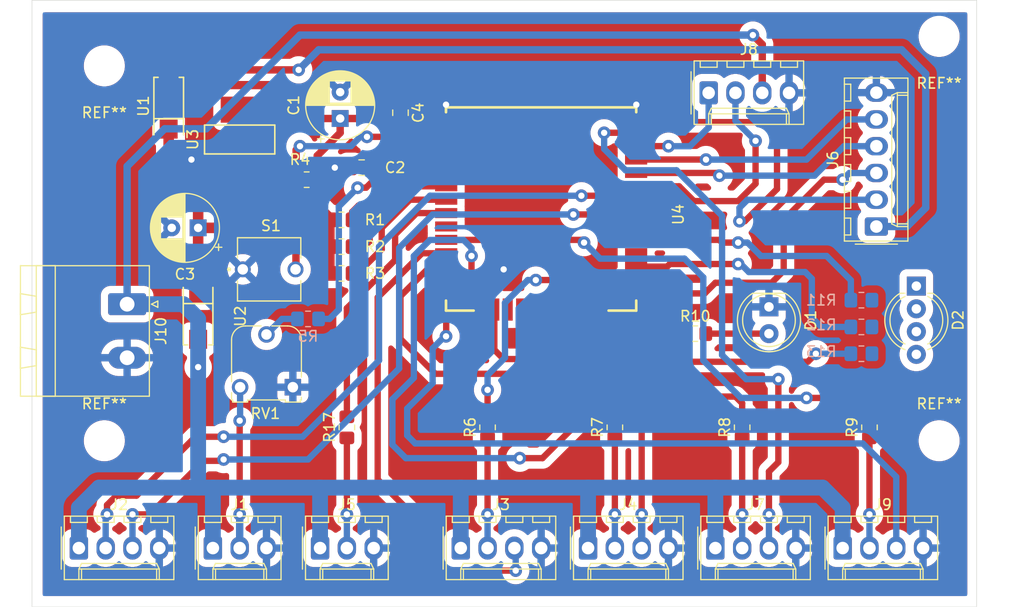
<source format=kicad_pcb>
(kicad_pcb (version 20241229) (generator "pcbnew") (generator_version "9.0")
  (layers (0 "F.Cu" signal) (2 "B.Cu" signal) (13 "F.Paste" user) (15 "B.Paste" user) (5 "F.SilkS" user "F.Silkscreen") (7 "B.SilkS" user "B.Silkscreen") (1 "F.Mask" user) (3 "B.Mask" user) (25 "Edge.Cuts" user))
  (net 0 "")
  (net 1 "/sens_presion")
  (net 2 "VCC")
  (net 3 "Net-(D1-A)")
  (net 7 "+3.3V")
  (net 9 "+5V")
  (net 10 "Net-(J1-Pin_2)")
  (net 11 "/ultrasonico_echo")
  (net 12 "/ultrasonico_trig")
  (net 13 "Net-(J3-Pin_2)")
  (net 14 "/valvula_1")
  (net 15 "/valvula_2")
  (net 16 "Net-(J4-Pin_2)")
  (net 17 "/relay_bomba")
  (net 18 "+5VD")
  (net 19 "/IO0")
  (net 20 "/TXD0")
  (net 21 "GND")
  (net 22 "/EN")
  (net 23 "/RXD0")
  (net 24 "/valvula_3")
  (net 25 "Net-(J7-Pin_2)")
  (net 26 "/lcd_scl")
  (net 27 "/lcd_sda")
  (net 28 "Net-(J9-Pin_2)")
  (net 29 "/valvula_4")
  (net 30 "/boton_0")
  (net 31 "/boton_1")
  (net 32 "/boton_2")
  (net 33 "Net-(R5-Pad1)")
  (net 34 "/flujometro_1")
  (net 35 "/flujometro_2")
  (net 36 "/flujometro_3")
  (net 37 "/flujometro_4")
  (net 38 "/pwr_led")
  (net 40 "/señal_led_b")
  (net 42 "/señal_led_g")
  (net 44 "/señal_led_r")
  (net 47 "/config_pin")
  (net 54 "Net-(J5-Pin_2)")
  (footprint "Capacitor_THT:CP_Radial_D6.3mm_P2.50mm" (layer "F.Cu") (at 101.473 52.832 180)
    (property "Reference" "C3")
    (property "Value" "10uF 16v")
  )
  (footprint "LED_THT:LED_D5.0mm-4_RGB_Wide_Pins" (layer "F.Cu") (at 169.545 58.355 -90)
    (property "Reference" "D2")
    (property "Value" "LED_BRGK")
  )
  (footprint "MountingHole:MountingHole_2.5mm" (layer "F.Cu") (at 171.704 34.671)
    (property "Reference" "REF**")
    (property "Value" "MountingHole_2.5mm")
  )
  (footprint "Connector_Molex:Molex_KK-254_AE-6410-03A_1x03_P2.54mm_Vertical" (layer "F.Cu") (at 113.03 83.205)
    (property "Reference" "J5")
    (property "Value" "Relay")
  )
  (footprint "Resistor_SMD:R_0805_2012Metric_Pad1.20x1.40mm_HandSolder" (layer "F.Cu") (at 140.97 71.755 90)
    (property "Reference" "R7")
    (property "Value" "1K")
  )
  (footprint "Capacitor_THT:CP_Radial_D6.3mm_P2.50mm" (layer "F.Cu") (at 114.935 42.45738 90)
    (property "Reference" "C1")
    (property "Value" "22uF 16v")
  )
  (footprint "Connector_Molex:Molex_KK-254_AE-6410-04A_1x04_P2.54mm_Vertical" (layer "F.Cu") (at 149.86 40.025)
    (property "Reference" "J8")
    (property "Value" "LCD")
  )
  (footprint "EasyEDA:SOT-223-4_L6.5-W3.5-P2.30-LS7.0-BR" (layer "F.Cu") (at 105.41 44.45 -90)
    (property "Reference" "U3")
    (property "Value" "AMS1117-3.3_C347222")
  )
  (footprint "Resistor_SMD:R_0805_2012Metric_Pad1.20x1.40mm_HandSolder" (layer "F.Cu") (at 128.905 71.755 90)
    (property "Reference" "R6")
    (property "Value" "1K")
  )
  (footprint "Resistor_SMD:R_0805_2012Metric_Pad1.20x1.40mm_HandSolder" (layer "F.Cu") (at 115.062 52.07)
    (property "Reference" "R1")
    (property "Value" "10K")
  )
  (footprint "EasyEDA:WIFIM-SMD_39P-L25.5-W18.0-P1.27-BL" (layer "F.Cu") (at 133.985 51.56 -90)
    (property "Reference" "U4")
    (property "Value" "ESP32-WROOM-32D")
  )
  (footprint "Connector_Molex:Molex_KK-254_AE-6410-04A_1x04_P2.54mm_Vertical" (layer "F.Cu") (at 150.495 83.205)
    (property "Reference" "J7")
    (property "Value" "Valvula 3")
  )
  (footprint "EasyEDA:SMA_L4.5-W2.7-LS5.1-RD" (layer "F.Cu") (at 101.473 61.214 -90)
    (property "Reference" "U2")
    (property "Value" "M7")
  )
  (footprint "Resistor_SMD:R_0805_2012Metric_Pad1.20x1.40mm_HandSolder" (layer "F.Cu") (at 111.76 48.26 180)
    (property "Reference" "R4")
    (property "Value" "10K")
  )
  (footprint "MountingHole:MountingHole_2.5mm" (layer "F.Cu") (at 92.583 73.025)
    (property "Reference" "REF**")
    (property "Value" "MountingHole_2.5mm")
  )
  (footprint "Resistor_SMD:R_0805_2012Metric_Pad1.20x1.40mm_HandSolder" (layer "F.Cu") (at 115.062 54.61)
    (property "Reference" "R2")
    (property "Value" "10K")
  )
  (footprint "Connector_Molex:Molex_KK-254_AE-6410-03A_1x03_P2.54mm_Vertical" (layer "F.Cu") (at 102.87 83.205)
    (property "Reference" "J1")
    (property "Value" "Presion")
  )
  (footprint "Capacitor_SMD:C_0805_2012Metric_Pad1.18x1.45mm_HandSolder" (layer "F.Cu") (at 116.967 47.117)
    (property "Reference" "C2")
    (property "Value" "0.1uF")
  )
  (footprint "Snapeda:BUTT-2_SW_BUTT-2" (layer "F.Cu") (at 108.204 56.769)
    (property "Reference" "S1")
    (property "Value" "BUTT-2")
  )
  (footprint "Resistor_SMD:R_0805_2012Metric_Pad1.20x1.40mm_HandSolder" (layer "F.Cu") (at 153.035 71.755 90)
    (property "Reference" "R8")
    (property "Value" "1K")
  )
  (footprint "Resistor_SMD:R_0805_2012Metric_Pad1.20x1.40mm_HandSolder" (layer "F.Cu") (at 115.062 57.15)
    (property "Reference" "R3")
    (property "Value" "10K")
  )
  (footprint "MountingHole:MountingHole_2.5mm" (layer "F.Cu") (at 92.583 37.465)
    (property "Reference" "REF**")
    (property "Value" "MountingHole_2.5mm")
  )
  (footprint "Connector_Molex:Molex_KK-254_AE-6410-04A_1x04_P2.54mm_Vertical" (layer "F.Cu") (at 126.365 83.205)
    (property "Reference" "J3")
    (property "Value" "Valvula 1")
  )
  (footprint "LED_THT:LED_D5.0mm_Clear" (layer "F.Cu") (at 155.575 60.325 -90)
    (property "Reference" "D1")
    (property "Value" "Green LED")
  )
  (footprint "MountingHole:MountingHole_2.5mm" (layer "F.Cu") (at 171.704 73.025)
    (property "Reference" "REF**")
    (property "Value" "MountingHole_2.5mm")
  )
  (footprint "Capacitor_SMD:C_0805_2012Metric_Pad1.18x1.45mm_HandSolder" (layer "F.Cu") (at 120.65 41.91 -90)
    (property "Reference" "C4")
    (property "Value" "0.1uF")
  )
  (footprint "EasyEDA:SMA_L4.5-W2.7-LS5.1-RD" (layer "F.Cu") (at 98.679 41.275 90)
    (property "Reference" "U1")
    (property "Value" "M7")
  )
  (footprint "Resistor_SMD:R_0805_2012Metric_Pad1.20x1.40mm_HandSolder" (layer "F.Cu") (at 165.1 71.755 90)
    (property "Reference" "R9")
    (property "Value" "1K")
  )
  (footprint "Resistor_SMD:R_0805_2012Metric_Pad1.20x1.40mm_HandSolder" (layer "F.Cu") (at 115.57 71.755 90)
    (property "Reference" "R17")
    (property "Value" "48.7")
  )
  (footprint "Connector_Phoenix_MSTB:PhoenixContact_MSTBA_2,5_2-G-5,08_1x02_P5.08mm_Horizontal" (layer "F.Cu") (at 94.742 60.071 -90)
    (property "Reference" "J10")
    (property "Value" "5V IN")
  )
  (footprint "Connector_Molex:Molex_KK-254_AE-6410-04A_1x04_P2.54mm_Vertical" (layer "F.Cu") (at 162.56 83.205)
    (property "Reference" "J9")
    (property "Value" "Valvula 4")
  )
  (footprint "Resistor_SMD:R_0805_2012Metric_Pad1.20x1.40mm_HandSolder" (layer "F.Cu") (at 148.59 62.865)
    (property "Reference" "R10")
    (property "Value" "1K")
  )
  (footprint "Potentiometer_THT:Potentiometer_Runtron_RM-065_Vertical" (layer "F.Cu") (at 110.45 67.945 180)
    (property "Reference" "RV1")
    (property "Value" "10K")
  )
  (footprint "Connector_Molex:Molex_KK-254_AE-6410-06A_1x06_P2.54mm_Vertical" (layer "F.Cu") (at 165.755 52.705 90)
    (property "Reference" "J6")
    (property "Value" "Debug")
  )
  (footprint "Connector_Molex:Molex_KK-254_AE-6410-04A_1x04_P2.54mm_Vertical" (layer "F.Cu") (at 138.43 83.205)
    (property "Reference" "J4")
    (property "Value" "Valvula 2")
  )
  (footprint "Connector_Molex:Molex_KK-254_AE-6410-04A_1x04_P2.54mm_Vertical" (layer "F.Cu") (at 90.17 83.205)
    (property "Reference" "J2")
    (property "Value" "Ultrasonico")
  )
  (footprint "Resistor_SMD:R_0805_2012Metric_Pad1.20x1.40mm_HandSolder" (layer "B.Cu") (at 111.887 61.468)
    (property "Reference" "R5")
    (property "Value" "48.7")
  )
  (footprint "Resistor_SMD:R_0805_2012Metric_Pad1.20x1.40mm_HandSolder" (layer "B.Cu") (at 164.338 62.23)
    (property "Reference" "R12")
    (property "Value" "1K")
  )
  (footprint "Resistor_SMD:R_0805_2012Metric_Pad1.20x1.40mm_HandSolder" (layer "B.Cu") (at 164.338 64.77)
    (property "Reference" "R13")
    (property "Value" "1K")
  )
  (footprint "Resistor_SMD:R_0805_2012Metric_Pad1.20x1.40mm_HandSolder" (layer "B.Cu") (at 164.338 59.69)
    (property "Reference" "R11")
    (property "Value" "1K")
  )
  (gr_rect (start 85.725 31.242) (end 175.26 88.773) (stroke (width 0.05)) (fill no) (layer "Edge.Cuts"))
  (segment (start 118.0045 46.99) (end 118.1315 46.99) (width 0.6) (layer "F.Cu") (net 1))
  (segment (start 118.7715 46.35) (end 124.985 46.35) (width 0.6) (layer "F.Cu") (net 1))
  (segment (start 117.391 49.022) (end 118.0045 48.4085) (width 0.6) (layer "F.Cu") (net 1))
  (segment (start 118.1315 46.99) (end 118.7715 46.35) (width 0.6) (layer "F.Cu") (net 1))
  (segment (start 116.586 49.022) (end 117.391 49.022) (width 0.6) (layer "F.Cu") (net 1))
  (segment (start 118.0045 48.4085) (end 118.0045 46.99) (width 0.6) (layer "F.Cu") (net 1))
  (via (at 116.586 49.022) (size 1.2) (drill 0.6) (layers "F.Cu" "B.Cu") (net 1))
  (segment (start 113.919 61.468) (end 112.887 61.468) (width 0.6) (layer "B.Cu") (net 1))
  (segment (start 116.586 49.022) (end 114.808 50.8) (width 0.6) (layer "B.Cu") (net 1))
  (segment (start 114.808 60.579) (end 113.919 61.468) (width 0.6) (layer "B.Cu") (net 1))
  (segment (start 114.808 50.8) (end 114.808 60.579) (width 0.6) (layer "B.Cu") (net 1))
  (segment (start 101.473 50.673) (end 101.473 52.832) (width 1) (layer "F.Cu") (net 2))
  (segment (start 98.679 43.465) (end 98.679 47.879) (width 1) (layer "F.Cu") (net 2))
  (segment (start 105.156 52.832) (end 107.71 50.278) (width 1) (layer "F.Cu") (net 2))
  (segment (start 98.679 47.879) (end 101.473 50.673) (width 1) (layer "F.Cu") (net 2))
  (segment (start 101.473 59.024) (end 101.473 52.832) (width 1) (layer "F.Cu") (net 2))
  (segment (start 101.473 52.832) (end 105.156 52.832) (width 1) (layer "F.Cu") (net 2))
  (segment (start 107.71 50.278) (end 107.71 47.28) (width 1) (layer "F.Cu") (net 2))
  (segment (start 149.59 62.865) (end 155.575 62.865) (width 0.6) (layer "F.Cu") (net 3))
  (segment (start 111.03738 42.45738) (end 114.935 42.45738) (width 0.7) (layer "F.Cu") (net 7))
  (segment (start 114.062 51.832) (end 114.062 52.07) (width 0.7) (layer "F.Cu") (net 7))
  (segment (start 114.062 57.15) (end 114.062 54.61) (width 0.7) (layer "F.Cu") (net 7))
  (segment (start 112.76 48.26) (end 112.76 45.99) (width 0.7) (layer "F.Cu") (net 7))
  (segment (start 112.76 50.53) (end 114.062 51.832) (width 0.7) (layer "F.Cu") (net 7))
  (segment (start 105.41 41.62) (end 110.2 41.62) (width 0.7) (layer "F.Cu") (net 7))
  (segment (start 119.7825 42.9475) (end 119.29238 42.45738) (width 0.7) (layer "F.Cu") (net 7))
  (segment (start 112.76 45.99) (end 114.935 43.815) (width 0.7) (layer "F.Cu") (net 7))
  (segment (start 112.76 48.26) (end 112.76 50.53) (width 0.7) (layer "F.Cu") (net 7))
  (segment (start 120.65 42.9475) (end 119.7825 42.9475) (width 0.7) (layer "F.Cu") (net 7))
  (segment (start 114.062 52.07) (end 114.062 54.61) (width 0.7) (layer "F.Cu") (net 7))
  (segment (start 120.65 42.9475) (end 121.5125 43.81) (width 0.7) (layer "F.Cu") (net 7))
  (segment (start 110.2 41.62) (end 111.03738 42.45738) (width 0.7) (layer "F.Cu") (net 7))
  (segment (start 121.5125 43.81) (end 124.985 43.81) (width 0.7) (layer "F.Cu") (net 7))
  (segment (start 114.935 43.815) (end 114.935 42.45738) (width 0.7) (layer "F.Cu") (net 7))
  (segment (start 105.41 47.28) (end 105.41 41.62) (width 0.7) (layer "F.Cu") (net 7))
  (segment (start 119.29238 42.45738) (end 114.935 42.45738) (width 0.7) (layer "F.Cu") (net 7))
  (segment (start 154.051 34.544) (end 154.94 35.433) (width 0.7) (layer "F.Cu") (net 9))
  (segment (start 154.94 35.433) (end 154.94 40.025) (width 0.7) (layer "F.Cu") (net 9))
  (segment (start 101.473 63.404) (end 101.473 66.04) (width 0.7) (layer "F.Cu") (net 9))
  (via (at 101.473 66.04) (size 1.2) (drill 0.6) (layers "F.Cu" "B.Cu") (net 9))
  (via (at 154.051 34.544) (size 1.2) (drill 0.6) (layers "F.Cu" "B.Cu") (net 9))
  (segment (start 162.56 79.375) (end 162.56 83.205) (width 1.5) (layer "B.Cu") (net 9))
  (segment (start 98.298 43.434) (end 94.742 46.99) (width 0.7) (layer "B.Cu") (net 9))
  (segment (start 101.473 61.468) (end 101.473 77.47) (width 1.5) (layer "B.Cu") (net 9))
  (segment (start 102.87 77.47) (end 113.03 77.47) (width 1.5) (layer "B.Cu") (net 9))
  (segment (start 126.365 83.205) (end 126.365 77.47) (width 1.5) (layer "B.Cu") (net 9))
  (segment (start 111.125 34.544) (end 102.235 43.434) (width 0.7) (layer "B.Cu") (net 9))
  (segment (start 113.03 83.205) (end 113.03 77.47) (width 1.5) (layer "B.Cu") (net 9))
  (segment (start 92.075 77.47) (end 98.044 77.47) (width 1.5) (layer "B.Cu") (net 9))
  (segment (start 126.365 77.47) (end 138.43 77.47) (width 1.5) (layer "B.Cu") (net 9))
  (segment (start 102.235 43.434) (end 98.298 43.434) (width 0.7) (layer "B.Cu") (net 9))
  (segment (start 154.051 34.544) (end 111.125 34.544) (width 0.7) (layer "B.Cu") (net 9))
  (segment (start 94.742 60.071) (end 100.076 60.071) (width 1.5) (layer "B.Cu") (net 9))
  (segment (start 94.742 46.99) (end 94.742 60.071) (width 0.7) (layer "B.Cu") (net 9))
  (segment (start 160.655 77.47) (end 162.56 79.375) (width 1.5) (layer "B.Cu") (net 9))
  (segment (start 138.43 83.205) (end 138.43 77.47) (width 1.5) (layer "B.Cu") (net 9))
  (segment (start 101.473 77.47) (end 102.87 77.47) (width 1.5) (layer "B.Cu") (net 9))
  (segment (start 102.87 83.205) (end 102.87 77.47) (width 1.5) (layer "B.Cu") (net 9))
  (segment (start 90.17 83.205) (end 90.17 79.375) (width 1.5) (layer "B.Cu") (net 9))
  (segment (start 150.495 83.205) (end 150.495 77.47) (width 1.5) (layer "B.Cu") (net 9))
  (segment (start 100.076 60.071) (end 101.473 61.468) (width 1.5) (layer "B.Cu") (net 9))
  (segment (start 98.044 77.47) (end 101.473 77.47) (width 1.5) (layer "B.Cu") (net 9))
  (segment (start 113.03 77.47) (end 126.365 77.47) (width 1.5) (layer "B.Cu") (net 9))
  (segment (start 150.495 77.47) (end 160.655 77.47) (width 1.5) (layer "B.Cu") (net 9))
  (segment (start 138.43 77.47) (end 150.495 77.47) (width 1.5) (layer "B.Cu") (net 9))
  (segment (start 90.17 79.375) (end 92.075 77.47) (width 1.5) (layer "B.Cu") (net 9))
  (segment (start 105.41 71.12) (end 105.41 80.01) (width 0.6) (layer "F.Cu") (net 10))
  (via (at 105.41 71.12) (size 1.2) (drill 0.6) (layers "F.Cu" "B.Cu") (net 10))
  (via (at 105.41 80.01) (size 1.2) (drill 0.6) (layers "F.Cu" "B.Cu") (net 10))
  (segment (start 105.41 80.01) (end 105.41 83.205) (width 0.7) (layer "B.Cu") (net 10))
  (segment (start 105.45 71.08) (end 105.41 71.12) (width 0.7) (layer "B.Cu") (net 10))
  (segment (start 105.45 67.945) (end 105.45 71.08) (width 0.6) (layer "B.Cu") (net 10))
  (segment (start 140.208 52.705) (end 142.98 52.705) (width 0.6) (layer "F.Cu") (net 11))
  (segment (start 96.901 80.01) (end 95.25 80.01) (width 0.6) (layer "F.Cu") (net 11))
  (segment (start 142.98 52.705) (end 142.985 52.7) (width 0.6) (layer "F.Cu") (net 11))
  (segment (start 137.033 51.562) (end 139.065 51.562) (width 0.6) (layer "F.Cu") (net 11))
  (segment (start 139.065 51.562) (end 140.208 52.705) (width 0.6) (layer "F.Cu") (net 11))
  (segment (start 101.981 74.93) (end 96.901 80.01) (width 0.6) (layer "F.Cu") (net 11))
  (segment (start 103.886 74.803) (end 103.759 74.93) (width 0.6) (layer "F.Cu") (net 11))
  (segment (start 103.759 74.93) (end 101.981 74.93) (width 0.6) (layer "F.Cu") (net 11))
  (via (at 137.033 51.562) (size 1.2) (drill 0.6) (layers "F.Cu" "B.Cu") (net 11))
  (via (at 95.25 80.01) (size 1.2) (drill 0.6) (layers "F.Cu" "B.Cu") (net 11))
  (via (at 103.886 74.803) (size 1.2) (drill 0.6) (layers "F.Cu" "B.Cu") (net 11))
  (segment (start 95.25 83.205) (end 95.25 80.01) (width 0.6) (layer "B.Cu") (net 11))
  (segment (start 123.698 51.562) (end 120.523 54.737) (width 0.6) (layer "B.Cu") (net 11))
  (segment (start 137.033 51.562) (end 123.698 51.562) (width 0.6) (layer "B.Cu") (net 11))
  (segment (start 120.523 54.737) (end 120.523 66.167) (width 0.6) (layer "B.Cu") (net 11))
  (segment (start 120.523 66.167) (end 111.887 74.803) (width 0.6) (layer "B.Cu") (net 11))
  (segment (start 111.887 74.803) (end 103.886 74.803) (width 0.6) (layer "B.Cu") (net 11))
  (segment (start 139.446 49.784) (end 141.092 51.43) (width 0.6) (layer "F.Cu") (net 12))
  (segment (start 92.837 79.121) (end 92.837 80.01) (width 0.6) (layer "F.Cu") (net 12))
  (segment (start 101.219 72.644) (end 95.631 78.232) (width 0.6) (layer "F.Cu") (net 12))
  (segment (start 103.886 72.644) (end 101.219 72.644) (width 0.6) (layer "F.Cu") (net 12))
  (segment (start 141.092 51.43) (end 142.985 51.43) (width 0.6) (layer "F.Cu") (net 12))
  (segment (start 93.726 78.232) (end 92.837 79.121) (width 0.6) (layer "F.Cu") (net 12))
  (segment (start 95.631 78.232) (end 93.726 78.232) (width 0.6) (layer "F.Cu") (net 12))
  (segment (start 137.795 49.784) (end 139.446 49.784) (width 0.6) (layer "F.Cu") (net 12))
  (via (at 103.886 72.644) (size 1.2) (drill 0.6) (layers "F.Cu" "B.Cu") (net 12))
  (via (at 137.795 49.784) (size 1.2) (drill 0.6) (layers "F.Cu" "B.Cu") (net 12))
  (via (at 92.837 80.01) (size 1.2) (drill 0.6) (layers "F.Cu" "B.Cu") (net 12))
  (segment (start 92.71 80.137) (end 92.837 80.01) (width 0.6) (layer "B.Cu") (net 12))
  (segment (start 118.618 65.405) (end 111.379 72.644) (width 0.6) (layer "B.Cu") (net 12))
  (segment (start 111.379 72.644) (end 103.886 72.644) (width 0.6) (layer "B.Cu") (net 12))
  (segment (start 92.71 83.205) (end 92.71 80.137) (width 0.6) (layer "B.Cu") (net 12))
  (segment (start 123.444 49.784) (end 118.618 54.61) (width 0.6) (layer "B.Cu") (net 12))
  (segment (start 118.618 54.61) (end 118.618 65.405) (width 0.6) (layer "B.Cu") (net 12))
  (segment (start 137.795 49.784) (end 123.444 49.784) (width 0.6) (layer "B.Cu") (net 12))
  (segment (start 128.905 72.755) (end 128.905 80.01) (width 0.6) (layer "F.Cu") (net 13))
  (via (at 128.905 80.01) (size 1.2) (drill 0.6) (layers "F.Cu" "B.Cu") (net 13))
  (segment (start 128.905 80.01) (end 128.905 83.205) (width 0.6) (layer "B.Cu") (net 13))
  (segment (start 122.687 55.24) (end 124.985 55.24) (width 0.6) (layer "F.Cu") (net 14))
  (segment (start 121.92 83.82) (end 121.92 80.137) (width 0.6) (layer "F.Cu") (net 14))
  (segment (start 131.572 85.344) (end 123.444 85.344) (width 0.6) (layer "F.Cu") (net 14))
  (segment (start 121.92 80.137) (end 118.491 76.708) (width 0.6) (layer "F.Cu") (net 14))
  (segment (start 123.444 85.344) (end 121.92 83.82) (width 0.6) (layer "F.Cu") (net 14))
  (segment (start 118.491 76.708) (end 118.491 59.436) (width 0.6) (layer "F.Cu") (net 14))
  (segment (start 118.491 59.436) (end 122.687 55.24) (width 0.6) (layer "F.Cu") (net 14))
  (via (at 131.572 85.344) (size 1.2) (drill 0.6) (layers "F.Cu" "B.Cu") (net 14))
  (segment (start 131.572 83.332) (end 131.445 83.205) (width 0.6) (layer "B.Cu") (net 14))
  (segment (start 131.572 85.344) (end 131.572 83.332) (width 0.6) (layer "B.Cu") (net 14))
  (segment (start 123.952 66.675) (end 140.589001 66.675) (width 0.6) (layer "F.Cu") (net 15))
  (segment (start 143.51 69.595999) (end 143.51 80.01) (width 0.6) (layer "F.Cu") (net 15))
  (segment (start 123.449 56.51) (end 120.65 59.309) (width 0.6) (layer "F.Cu") (net 15))
  (segment (start 120.65 63.373) (end 123.952 66.675) (width 0.6) (layer "F.Cu") (net 15))
  (segment (start 120.65 59.309) (end 120.65 63.373) (width 0.6) (layer "F.Cu") (net 15))
  (segment (start 140.589001 66.675) (end 143.51 69.595999) (width 0.6) (layer "F.Cu") (net 15))
  (segment (start 124.985 56.51) (end 123.449 56.51) (width 0.6) (layer "F.Cu") (net 15))
  (via (at 143.51 80.01) (size 1.2) (drill 0.6) (layers "F.Cu" "B.Cu") (net 15))
  (segment (start 143.51 83.205) (end 143.51 80.01) (width 0.7) (layer "B.Cu") (net 15))
  (segment (start 140.97 72.755) (end 140.97 80.01) (width 0.6) (layer "F.Cu") (net 16))
  (via (at 140.97 80.01) (size 1.2) (drill 0.6) (layers "F.Cu" "B.Cu") (net 16))
  (segment (start 140.97 80.01) (end 140.97 83.205) (width 0.6) (layer "B.Cu") (net 16))
  (segment (start 115.57 60.452) (end 120.142 55.88) (width 0.6) (layer "F.Cu") (net 17))
  (segment (start 122.179 51.43) (end 124.985 51.43) (width 0.6) (layer "F.Cu") (net 17))
  (segment (start 120.142 55.88) (end 120.142 53.467) (width 0.6) (layer "F.Cu") (net 17))
  (segment (start 120.142 53.467) (end 122.179 51.43) (width 0.6) (layer "F.Cu") (net 17))
  (segment (start 115.57 70.755) (end 115.57 60.452) (width 0.6) (layer "F.Cu") (net 17))
  (segment (start 99.918 37.846) (end 98.679 39.085) (width 0.7) (layer "F.Cu") (net 18))
  (segment (start 110.998 37.846) (end 99.918 37.846) (width 0.7) (layer "F.Cu") (net 18))
  (via (at 110.998 37.846) (size 1.2) (drill 0.6) (layers "F.Cu" "B.Cu") (net 18))
  (segment (start 168.656 52.705) (end 165.755 52.705) (width 0.7) (layer "B.Cu") (net 18))
  (segment (start 110.998 37.846) (end 112.903 35.941) (width 0.7) (layer "B.Cu") (net 18))
  (segment (start 112.903 35.941) (end 168.148 35.941) (width 0.7) (layer "B.Cu") (net 18))
  (segment (start 170.434 50.927) (end 168.656 52.705) (width 0.7) (layer "B.Cu") (net 18))
  (segment (start 168.148 35.941) (end 170.434 38.227) (width 0.7) (layer "B.Cu") (net 18))
  (segment (start 170.434 38.227) (end 170.434 50.927) (width 0.7) (layer "B.Cu") (net 18))
  (segment (start 160.782 48.26) (end 162.56 48.26) (width 0.6) (layer "F.Cu") (net 19))
  (segment (start 150.495 58.039) (end 155.829 58.039) (width 0.6) (layer "F.Cu") (net 19))
  (segment (start 156.972 56.896) (end 156.972 52.07) (width 0.6) (layer "F.Cu") (net 19))
  (segment (start 142.985 59.05) (end 149.484 59.05) (width 0.6) (layer "F.Cu") (net 19))
  (segment (start 155.829 58.039) (end 156.972 56.896) (width 0.6) (layer "F.Cu") (net 19))
  (segment (start 156.972 52.07) (end 160.782 48.26) (width 0.6) (layer "F.Cu") (net 19))
  (segment (start 149.484 59.05) (end 150.495 58.039) (width 0.6) (layer "F.Cu") (net 19))
  (via (at 162.56 48.26) (size 1.2) (drill 0.6) (layers "F.Cu" "B.Cu") (net 19))
  (segment (start 162.56 48.26) (end 163.195 47.625) (width 0.6) (layer "B.Cu") (net 19))
  (segment (start 163.195 47.625) (end 165.755 47.625) (width 0.6) (layer "B.Cu") (net 19))
  (segment (start 142.985 46.35) (end 149.601 46.35) (width 0.6) (layer "F.Cu") (net 20))
  (segment (start 149.601 46.35) (end 149.606 46.355) (width 0.6) (layer "F.Cu") (net 20))
  (via (at 149.606 46.355) (size 1.2) (drill 0.6) (layers "F.Cu" "B.Cu") (net 20))
  (segment (start 159.131 46.355) (end 162.941 42.545) (width 0.6) (layer "B.Cu") (net 20))
  (segment (start 162.941 42.545) (end 165.755 42.545) (width 0.6) (layer "B.Cu") (net 20))
  (segment (start 149.606 46.355) (end 159.131 46.355) (width 0.6) (layer "B.Cu") (net 20))
  (segment (start 124.985 42.54) (end 124.985 41.165) (width 0.7) (layer "F.Cu") (net 21))
  (segment (start 124.6925 40.8725) (end 124.968 41.148) (width 0.7) (layer "F.Cu") (net 21))
  (segment (start 103.11 47.28) (end 101.763 47.28) (width 0.7) (layer "F.Cu") (net 21))
  (segment (start 142.985 42.54) (end 142.985 41.165) (width 0.7) (layer "F.Cu") (net 21))
  (segment (start 128.275 60.58) (end 128.275 58.415) (width 0.7) (layer "F.Cu") (net 21))
  (segment (start 128.275 58.415) (end 128.778 57.912) (width 0.7) (layer "F.Cu") (net 21))
  (segment (start 115.9295 47.117) (end 114.427 47.117) (width 0.7) (layer "F.Cu") (net 21))
  (segment (start 142.985 41.165) (end 143.002 41.148) (width 0.7) (layer "F.Cu") (net 21))
  (segment (start 124.985 41.165) (end 124.968 41.148) (width 0.7) (layer "F.Cu") (net 21))
  (segment (start 128.275 60.58) (end 128.275 61.209) (width 0.7) (layer "F.Cu") (net 21))
  (segment (start 128.778 57.912) (end 129.286 57.912) (width 0.7) (layer "F.Cu") (net 21))
  (segment (start 129.286 57.912) (end 130.429 56.769) (width 0.7) (layer "F.Cu") (net 21))
  (segment (start 120.65 40.8725) (end 124.6925 40.8725) (width 0.7) (layer "F.Cu") (net 21))
  (segment (start 101.763 47.28) (end 100.838 46.355) (width 0.7) (layer "F.Cu") (net 21))
  (via (at 100.838 46.355) (size 1.2) (drill 0.6) (layers "F.Cu" "B.Cu") (net 21))
  (via (at 143.002 41.148) (size 1.2) (drill 0.6) (layers "F.Cu" "B.Cu") (net 21))
  (via (at 130.429 56.769) (size 1.2) (drill 0.6) (layers "F.Cu" "B.Cu") (net 21))
  (via (at 124.968 41.148) (size 1.2) (drill 0.6) (layers "F.Cu" "B.Cu") (net 21))
  (via (at 114.427 47.117) (size 1.2) (drill 0.6) (layers "F.Cu" "B.Cu") (net 21))
  (segment (start 146.558 41.783) (end 146.558 40.513) (width 0.6) (layer "F.Cu") (net 22))
  (segment (start 110.744 48.276) (end 110.744 56.729) (width 0.7) (layer "F.Cu") (net 22))
  (segment (start 127.513 45.08) (end 124.985 45.08) (width 0.6) (layer "F.Cu") (net 22))
  (segment (start 118.872 44.196) (end 119.756 45.08) (width 0.6) (layer "F.Cu") (net 22))
  (segment (start 156.337 49.149) (end 156.337 43.815) (width 0.6) (layer "F.Cu") (net 22))
  (segment (start 128.524 41.529) (end 128.524 44.069) (width 0.6) (layer "F.Cu") (net 22))
  (segment (start 110.76 45.45) (end 111.125 45.085) (width 0.7) (layer "F.Cu") (net 22))
  (segment (start 152.781 52.197) (end 153.289 52.197) (width 0.6) (layer "F.Cu") (net 22))
  (segment (start 110.744 56.729) (end 110.704 56.769) (width 0.7) (layer "F.Cu") (net 22))
  (segment (start 110.76 48.26) (end 110.744 48.276) (width 0.7) (layer "F.Cu") (net 22))
  (segment (start 130.556 39.497) (end 128.524 41.529) (width 0.6) (layer "F.Cu") (net 22))
  (segment (start 146.558 40.513) (end 145.542 39.497) (width 0.6) (layer "F.Cu") (net 22))
  (segment (start 117.475 44.196) (end 118.872 44.196) (width 0.6) (layer "F.Cu") (net 22))
  (segment (start 153.289 52.197) (end 156.337 49.149) (width 0.6) (layer "F.Cu") (net 22))
  (segment (start 119.756 45.08) (end 124.985 45.08) (width 0.6) (layer "F.Cu") (net 22))
  (segment (start 155.321 42.799) (end 147.574 42.799) (width 0.6) (layer "F.Cu") (net 22))
  (segment (start 147.574 42.799) (end 146.558 41.783) (width 0.6) (layer "F.Cu") (net 22))
  (segment (start 128.524 44.069) (end 127.513 45.08) (width 0.6) (layer "F.Cu") (net 22))
  (segment (start 145.542 39.497) (end 130.556 39.497) (width 0.6) (layer "F.Cu") (net 22))
  (segment (start 156.337 43.815) (end 155.321 42.799) (width 0.6) (layer "F.Cu") (net 22))
  (segment (start 110.76 48.26) (end 110.76 45.45) (width 0.7) (layer "F.Cu") (net 22))
  (via (at 152.781 52.197) (size 1.2) (drill 0.6) (layers "F.Cu" "B.Cu") (net 22))
  (via (at 111.125 45.085) (size 1.2) (drill 0.6) (layers "F.Cu" "B.Cu") (net 22))
  (via (at 117.475 44.196) (size 1.2) (drill 0.6) (layers "F.Cu" "B.Cu") (net 22))
  (segment (start 111.125 45.085) (end 115.951 45.085) (width 0.6) (layer "B.Cu") (net 22))
  (segment (start 152.781 52.197) (end 152.781 50.927) (width 0.6) (layer "B.Cu") (net 22))
  (segment (start 152.781 50.927) (end 153.543 50.165) (width 0.6) (layer "B.Cu") (net 22))
  (segment (start 115.951 45.085) (end 116.84 44.196) (width 0.6) (layer "B.Cu") (net 22))
  (segment (start 153.543 50.165) (end 165.755 50.165) (width 0.6) (layer "B.Cu") (net 22))
  (segment (start 116.84 44.196) (end 117.475 44.196) (width 0.6) (layer "B.Cu") (net 22))
  (segment (start 142.985 47.62) (end 150.617 47.62) (width 0.6) (layer "F.Cu") (net 23))
  (segment (start 150.617 47.62) (end 150.876 47.879) (width 0.6) (layer "F.Cu") (net 23))
  (via (at 150.876 47.879) (size 1.2) (drill 0.6) (layers "F.Cu" "B.Cu") (net 23))
  (segment (start 162.687 45.085) (end 165.755 45.085) (width 0.6) (layer "B.Cu") (net 23))
  (segment (start 159.893 47.879) (end 162.687 45.085) (width 0.6) (layer "B.Cu") (net 23))
  (segment (start 150.876 47.879) (end 159.893 47.879) (width 0.6) (layer "B.Cu") (net 23))
  (segment (start 155.575 75.946) (end 155.575 80.01) (width 0.6) (layer "F.Cu") (net 24))
  (segment (start 139.959 43.81) (end 139.954 43.815) (width 0.6) (layer "F.Cu") (net 24))
  (segment (start 156.464 67.183) (end 156.464 75.057) (width 0.6) (layer "F.Cu") (net 24))
  (segment (start 156.464 75.057) (end 155.575 75.946) (width 0.6) (layer "F.Cu") (net 24))
  (segment (start 142.985 43.81) (end 139.959 43.81) (width 0.6) (layer "F.Cu") (net 24))
  (via (at 155.575 80.01) (size 1.2) (drill 0.6) (layers "F.Cu" "B.Cu") (net 24))
  (via (at 139.954 43.815) (size 1.2) (drill 0.6) (layers "F.Cu" "B.Cu") (net 24))
  (via (at 156.464 67.183) (size 1.2) (drill 0.6) (layers "F.Cu" "B.Cu") (net 24))
  (segment (start 146.812 47.371) (end 141.986 47.371) (width 0.6) (layer "B.Cu") (net 24))
  (segment (start 139.954 45.339) (end 139.954 43.815) (width 0.6) (layer "B.Cu") (net 24))
  (segment (start 156.464 67.183) (end 153.416 67.183) (width 0.6) (layer "B.Cu") (net 24))
  (segment (start 151.13 51.689) (end 146.812 47.371) (width 0.6) (layer "B.Cu") (net 24))
  (segment (start 141.986 47.371) (end 139.954 45.339) (width 0.6) (layer "B.Cu") (net 24))
  (segment (start 151.13 64.897) (end 151.13 51.689) (width 0.6) (layer "B.Cu") (net 24))
  (segment (start 153.416 67.183) (end 151.13 64.897) (width 0.6) (layer "B.Cu") (net 24))
  (segment (start 155.575 80.01) (end 155.575 83.205) (width 0.6) (layer "B.Cu") (net 24))
  (segment (start 153.035 72.755) (end 153.035 80.01) (width 0.6) (layer "F.Cu") (net 25))
  (via (at 153.035 80.01) (size 1.2) (drill 0.6) (layers "F.Cu" "B.Cu") (net 25))
  (segment (start 153.035 80.01) (end 153.035 83.205) (width 0.6) (layer "B.Cu") (net 25))
  (segment (start 145.542 45.085) (end 145.537 45.08) (width 0.6) (layer "F.Cu") (net 26))
  (segment (start 145.537 45.08) (end 142.985 45.08) (width 0.6) (layer "F.Cu") (net 26))
  (segment (start 146.05 45.085) (end 145.542 45.085) (width 0.6) (layer "F.Cu") (net 26))
  (via (at 146.05 45.085) (size 1.2) (drill 0.6) (layers "F.Cu" "B.Cu") (net 26))
  (segment (start 146.05 45.085) (end 148.082 45.085) (width 0.6) (layer "B.Cu") (net 26))
  (segment (start 149.86 43.307) (end 149.86 40.025) (width 0.6) (layer "B.Cu") (net 26))
  (segment (start 148.082 45.085) (end 149.86 43.307) (width 0.6) (layer "B.Cu") (net 26))
  (segment (start 152.654 50.292) (end 154.305 48.641) (width 0.6) (layer "F.Cu") (net 27))
  (segment (start 154.305 48.641) (end 154.305 44.577) (width 0.6) (layer "F.Cu") (net 27))
  (segment (start 148.463 50.292) (end 152.654 50.292) (width 0.6) (layer "F.Cu") (net 27))
  (segment (start 142.985 48.89) (end 147.061 48.89) (width 0.6) (layer "F.Cu") (net 27))
  (segment (start 147.061 48.89) (end 148.463 50.292) (width 0.6) (layer "F.Cu") (net 27))
  (via (at 154.305 44.577) (size 1.2) (drill 0.6) (layers "F.Cu" "B.Cu") (net 27))
  (segment (start 152.4 42.672) (end 152.4 40.025) (width 0.6) (layer "B.Cu") (net 27))
  (segment (start 154.305 44.577) (end 152.4 42.672) (width 0.6) (layer "B.Cu") (net 27))
  (segment (start 165.1 72.755) (end 165.1 80.01) (width 0.6) (layer "F.Cu") (net 28))
  (via (at 165.1 80.01) (size 1.2) (drill 0.6) (layers "F.Cu" "B.Cu") (net 28))
  (segment (start 165.1 80.01) (end 165.1 83.205) (width 0.6) (layer "B.Cu") (net 28))
  (segment (start 124.985 63.102) (end 124.968 63.119) (width 0.6) (layer "F.Cu") (net 29))
  (segment (start 124.985 59.05) (end 124.985 63.102) (width 0.6) (layer "F.Cu") (net 29))
  (via (at 124.968 63.119) (size 1.2) (drill 0.6) (layers "F.Cu" "B.Cu") (net 29))
  (segment (start 123.698 67.564) (end 121.285 69.977) (width 0.6) (layer "B.Cu") (net 29))
  (segment (start 167.64 76.454) (end 167.64 83.205) (width 0.6) (layer "B.Cu") (net 29))
  (segment (start 124.968 63.119) (end 124.841 63.119) (width 0.6) (layer "B.Cu") (net 29))
  (segment (start 121.285 69.977) (end 121.285 72.517) (width 0.6) (layer "B.Cu") (net 29))
  (segment (start 122.047 73.279) (end 164.465 73.279) (width 0.6) (layer "B.Cu") (net 29))
  (segment (start 164.465 73.279) (end 167.64 76.454) (width 0.6) (layer "B.Cu") (net 29))
  (segment (start 121.285 72.517) (end 122.047 73.279) (width 0.6) (layer "B.Cu") (net 29))
  (segment (start 124.841 63.119) (end 123.698 64.262) (width 0.6) (layer "B.Cu") (net 29))
  (segment (start 123.698 64.262) (end 123.698 67.564) (width 0.6) (layer "B.Cu") (net 29))
  (segment (start 116.062 51.324) (end 116.681 50.705) (width 0.6) (layer "F.Cu") (net 30))
  (segment (start 119.126 49.149) (end 119.126 48.387) (width 0.6) (layer "F.Cu") (net 30))
  (segment (start 119.126 48.387) (end 119.893 47.62) (width 0.6) (layer "F.Cu") (net 30))
  (segment (start 119.893 47.62) (end 124.985 47.62) (width 0.6) (layer "F.Cu") (net 30))
  (segment (start 117.57 50.705) (end 119.126 49.149) (width 0.6) (layer "F.Cu") (net 30))
  (segment (start 116.062 52.07) (end 116.062 51.324) (width 0.6) (layer "F.Cu") (net 30))
  (segment (start 116.681 50.705) (end 117.57 50.705) (width 0.6) (layer "F.Cu") (net 30))
  (segment (start 120.269 49.276) (end 120.655 48.89) (width 0.6) (layer "F.Cu") (net 31))
  (segment (start 120.269 49.784) (end 120.269 49.276) (width 0.6) (layer "F.Cu") (net 31))
  (segment (start 116.062 54.61) (end 117.221 54.61) (width 0.6) (layer "F.Cu") (net 31))
  (segment (start 117.221 54.61) (end 117.729 54.102) (width 0.6) (layer "F.Cu") (net 31))
  (segment (start 117.729 54.102) (end 117.729 52.324) (width 0.6) (layer "F.Cu") (net 31))
  (segment (start 120.655 48.89) (end 124.985 48.89) (width 0.6) (layer "F.Cu") (net 31))
  (segment (start 117.729 52.324) (end 120.269 49.784) (width 0.6) (layer "F.Cu") (net 31))
  (segment (start 121.544 50.16) (end 124.985 50.16) (width 0.6) (layer "F.Cu") (net 32))
  (segment (start 118.872 54.864) (end 118.872 52.832) (width 0.6) (layer "F.Cu") (net 32))
  (segment (start 116.586 57.15) (end 118.872 54.864) (width 0.6) (layer "F.Cu") (net 32))
  (segment (start 118.872 52.832) (end 121.544 50.16) (width 0.6) (layer "F.Cu") (net 32))
  (segment (start 116.062 57.15) (end 116.586 57.15) (width 0.6) (layer "F.Cu") (net 32))
  (segment (start 110.887 61.468) (end 109.427 61.468) (width 0.6) (layer "B.Cu") (net 33))
  (segment (start 109.427 61.468) (end 107.95 62.945) (width 0.6) (layer "B.Cu") (net 33))
  (segment (start 133.975 57.785) (end 133.98 57.78) (width 0.6) (layer "F.Cu") (net 34))
  (segment (start 133.98 57.78) (end 142.985 57.78) (width 0.6) (layer "F.Cu") (net 34))
  (segment (start 128.905 68.199) (end 128.905 70.755) (width 0.6) (layer "F.Cu") (net 34))
  (segment (start 133.477 57.785) (end 133.975 57.785) (width 0.6) (layer "F.Cu") (net 34))
  (via (at 128.905 68.199) (size 1.2) (drill 0.6) (layers "F.Cu" "B.Cu") (net 34))
  (via (at 133.477 57.785) (size 1.2) (drill 0.6) (layers "F.Cu" "B.Cu") (net 34))
  (segment (start 133.477 57.785) (end 132.715 57.785) (width 0.6) (layer "B.Cu") (net 34))
  (segment (start 130.556 59.944) (end 130.556 65.151) (width 0.6) (layer "B.Cu") (net 34))
  (segment (start 132.715 57.785) (end 130.556 59.944) (width 0.6) (layer "B.Cu") (net 34))
  (segment (start 130.556 65.151) (end 128.905 66.802) (width 0.6) (layer "B.Cu") (net 34))
  (segment (start 128.905 66.802) (end 128.905 68.199) (width 0.6) (layer "B.Cu") (net 34))
  (segment (start 126.8145 57.78) (end 124.985 57.78) (width 0.6) (layer "F.Cu") (net 35))
  (segment (start 127.381 55.499) (end 127.381 57.2135) (width 0.6) (layer "F.Cu") (net 35))
  (segment (start 131.953 74.676) (end 134.112 74.676) (width 0.6) (layer "F.Cu") (net 35))
  (segment (start 134.112 74.676) (end 138.033 70.755) (width 0.6) (layer "F.Cu") (net 35))
  (segment (start 127.381 57.2135) (end 126.8145 57.78) (width 0.6) (layer "F.Cu") (net 35))
  (segment (start 138.033 70.755) (end 140.97 70.755) (width 0.6) (layer "F.Cu") (net 35))
  (via (at 127.381 55.499) (size 1.2) (drill 0.6) (layers "F.Cu" "B.Cu") (net 35))
  (via (at 131.953 74.676) (size 1.2) (drill 0.6) (layers "F.Cu" "B.Cu") (net 35))
  (segment (start 119.888 69.088) (end 119.888 73.406) (width 0.6) (layer "B.Cu") (net 35))
  (segment (start 123.444 53.975) (end 121.92 55.499) (width 0.6) (layer "B.Cu") (net 35))
  (segment (start 121.92 67.056) (end 119.888 69.088) (width 0.6) (layer "B.Cu") (net 35))
  (segment (start 126.619 53.975) (end 123.444 53.975) (width 0.6) (layer "B.Cu") (net 35))
  (segment (start 127.381 55.499) (end 127.381 54.737) (width 0.6) (layer "B.Cu") (net 35))
  (segment (start 121.92 55.499) (end 121.92 67.056) (width 0.6) (layer "B.Cu") (net 35))
  (segment (start 121.158 74.676) (end 131.953 74.676) (width 0.6) (layer "B.Cu") (net 35))
  (segment (start 127.381 54.737) (end 126.619 53.975) (width 0.6) (layer "B.Cu") (net 35))
  (segment (start 119.888 73.406) (end 121.158 74.676) (width 0.6) (layer "B.Cu") (net 35))
  (segment (start 153.035 69.469) (end 153.035 70.755) (width 0.6) (layer "F.Cu") (net 36))
  (segment (start 145.415 68.834) (end 152.4 68.834) (width 0.6) (layer "F.Cu") (net 36))
  (segment (start 129.545 60.58) (end 129.545 64.394) (width 0.6) (layer "F.Cu") (net 36))
  (segment (start 141.859 65.278) (end 145.415 68.834) (width 0.6) (layer "F.Cu") (net 36))
  (segment (start 130.429 65.278) (end 141.859 65.278) (width 0.6) (layer "F.Cu") (net 36))
  (segment (start 152.4 68.834) (end 153.035 69.469) (width 0.6) (layer "F.Cu") (net 36))
  (segment (start 129.545 64.394) (end 130.429 65.278) (width 0.6) (layer "F.Cu") (net 36))
  (segment (start 165.1 69.469) (end 165.1 70.755) (width 0.6) (layer "F.Cu") (net 37))
  (segment (start 138.049 54.229) (end 137.79 53.97) (width 0.6) (layer "F.Cu") (net 37))
  (segment (start 164.592 68.961) (end 165.1 69.469) (width 0.6) (layer "F.Cu") (net 37))
  (segment (start 137.79 53.97) (end 124.985 53.97) (width 0.6) (layer "F.Cu") (net 37))
  (segment (start 159.131 68.961) (end 164.592 68.961) (width 0.6) (layer "F.Cu") (net 37))
  (via (at 159.131 68.961) (size 1.2) (drill 0.6) (layers "F.Cu" "B.Cu") (net 37))
  (via (at 138.049 54.229) (size 1.2) (drill 0.6) (layers "F.Cu" "B.Cu") (net 37))
  (segment (start 138.049 54.229) (end 139.573 55.753) (width 0.6) (layer "B.Cu") (net 37))
  (segment (start 149.352 65.405) (end 152.908 68.961) (width 0.6) (layer "B.Cu") (net 37))
  (segment (start 147.574 55.753) (end 149.352 57.531) (width 0.6) (layer "B.Cu") (net 37))
  (segment (start 152.908 68.961) (end 159.131 68.961) (width 0.6) (layer "B.Cu") (net 37))
  (segment (start 139.573 55.753) (end 147.574 55.753) (width 0.6) (layer "B.Cu") (net 37))
  (segment (start 149.352 57.531) (end 149.352 65.405) (width 0.6) (layer "B.Cu") (net 37))
  (segment (start 140.335 62.865) (end 147.59 62.865) (width 0.6) (layer "F.Cu") (net 38))
  (segment (start 139.705 60.57) (end 139.705 62.235) (width 0.6) (layer "F.Cu") (net 38))
  (segment (start 139.705 62.235) (end 140.335 62.865) (width 0.6) (layer "F.Cu") (net 38))
  (segment (start 151.13 54.229) (end 152.654 54.229) (width 0.6) (layer "F.Cu") (net 40))
  (segment (start 150.871 53.97) (end 151.13 54.229) (width 0.6) (layer "F.Cu") (net 40))
  (segment (start 142.985 53.97) (end 150.871 53.97) (width 0.6) (layer "F.Cu") (net 40))
  (via (at 152.654 54.229) (size 1.2) (drill 0.6) (layers "F.Cu" "B.Cu") (net 40))
  (segment (start 152.654 54.229) (end 153.543 54.229) (width 0.6) (layer "B.Cu") (net 40))
  (segment (start 154.813 55.499) (end 161.036 55.499) (width 0.6) (layer "B.Cu") (net 40))
  (segment (start 153.543 54.229) (end 154.813 55.499) (width 0.6) (layer "B.Cu") (net 40))
  (segment (start 163.338 57.801) (end 163.338 59.69) (width 0.6) (layer "B.Cu") (net 40))
  (segment (start 161.036 55.499) (end 163.338 57.801) (width 0.6) (layer "B.Cu") (net 40))
  (segment (start 145.923 56.515) (end 145.918 56.51) (width 0.6) (layer "F.Cu") (net 42))
  (segment (start 152.654 56.261) (end 146.177 56.261) (width 0.6) (layer "F.Cu") (net 42))
  (segment (start 146.177 56.261) (end 145.923 56.515) (width 0.6) (layer "F.Cu") (net 42))
  (segment (start 145.918 56.51) (end 142.985 56.51) (width 0.6) (layer "F.Cu") (net 42))
  (via (at 152.654 56.261) (size 1.2) (drill 0.6) (layers "F.Cu" "B.Cu") (net 42))
  (segment (start 159.639 57.658) (end 159.639 61.341) (width 0.6) (layer "B.Cu") (net 42))
  (segment (start 160.528 62.23) (end 163.338 62.23) (width 0.6) (layer "B.Cu") (net 42))
  (segment (start 159.004 57.023) (end 159.639 57.658) (width 0.6) (layer "B.Cu") (net 42))
  (segment (start 153.67 57.023) (end 159.004 57.023) (width 0.6) (layer "B.Cu") (net 42))
  (segment (start 152.654 56.261) (end 152.908 56.261) (width 0.6) (layer "B.Cu") (net 42))
  (segment (start 159.639 61.341) (end 160.528 62.23) (width 0.6) (layer "B.Cu") (net 42))
  (segment (start 152.908 56.261) (end 153.67 57.023) (width 0.6) (layer "B.Cu") (net 42))
  (segment (start 139.192 64.008) (end 142.748 64.008) (width 0.6) (layer "F.Cu") (net 44))
  (segment (start 138.435 60.57) (end 138.435 63.251) (width 0.6) (layer "F.Cu") (net 44))
  (segment (start 142.748 64.008) (end 144.272 65.532) (width 0.6) (layer "F.Cu") (net 44))
  (segment (start 159.258 65.532) (end 160.02 64.77) (width 0.6) (layer "F.Cu") (net 44))
  (segment (start 144.272 65.532) (end 159.258 65.532) (width 0.6) (layer "F.Cu") (net 44))
  (segment (start 138.435 63.251) (end 139.192 64.008) (width 0.6) (layer "F.Cu") (net 44))
  (via (at 160.02 64.77) (size 1.2) (drill 0.6) (layers "F.Cu" "B.Cu") (net 44))
  (segment (start 160.02 64.77) (end 163.338 64.77) (width 0.6) (layer "B.Cu") (net 44))
  (segment (start 115.57 72.755) (end 115.57 80.01) (width 0.6) (layer "F.Cu") (net 54))
  (via (at 115.57 80.01) (size 1.2) (drill 0.6) (layers "F.Cu" "B.Cu") (net 54))
  (segment (start 115.57 80.01) (end 115.57 83.205) (width 0.6) (layer "B.Cu") (net 54))
  (zone (net 0) (net_name "") (layer "F.Cu") (priority 1) (connect_pads (clearance 0.7)) (min_thickness 0.5) (fill yes (thermal_gap 0.7) (thermal_bridge_width 0.7) (island_removal_mode 1) (island_area_min 10))
    (polygon (pts (xy 174.371 32.385) (xy 174.371 87.757) (xy 86.741 87.757) (xy 86.741 32.385)))
  )
  (zone (net 21) (net_name "GND") (layer "B.Cu") (connect_pads (clearance 0.7)) (min_thickness 0.25) (fill yes (thermal_gap 0.7) (thermal_bridge_width 0.7))
    (polygon (pts (xy 174.371 32.385) (xy 86.741 32.385) (xy 86.741 87.757) (xy 174.371 87.757)))
  )
)
</source>
